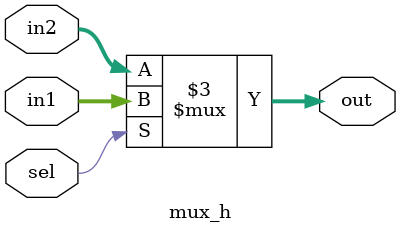
<source format=v>
`timescale 1ns / 1ps


module mux_h(input sel,
             input [3:0] in1, in2,
             output reg [3:0] out);
always @ (in1, in2, sel)
             begin
                 if (sel)  out = in1;
                 else out = in2;
             end          
endmodule

</source>
